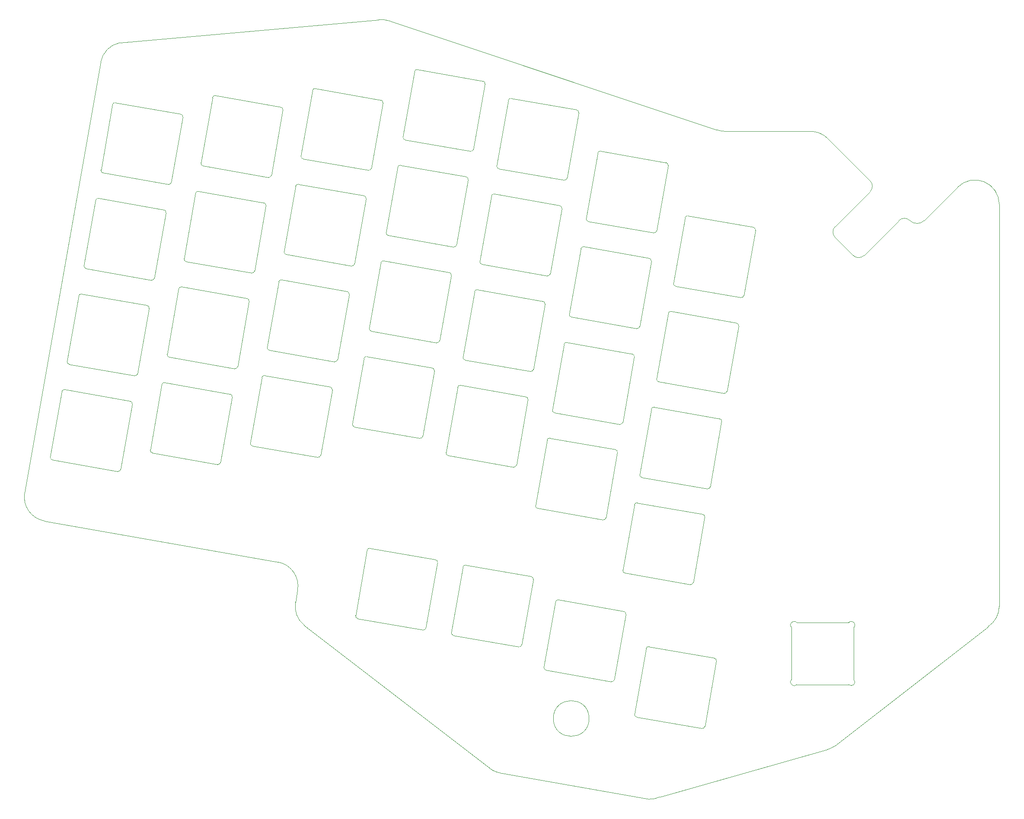
<source format=gbr>
%TF.GenerationSoftware,KiCad,Pcbnew,(5.1.7)-1*%
%TF.CreationDate,2020-10-07T08:38:14+11:00*%
%TF.ProjectId,Board-DjinnPlate,426f6172-642d-4446-9a69-6e6e506c6174,rev?*%
%TF.SameCoordinates,Original*%
%TF.FileFunction,Profile,NP*%
%FSLAX46Y46*%
G04 Gerber Fmt 4.6, Leading zero omitted, Abs format (unit mm)*
G04 Created by KiCad (PCBNEW (5.1.7)-1) date 2020-10-07 08:38:14*
%MOMM*%
%LPD*%
G01*
G04 APERTURE LIST*
%TA.AperFunction,Profile*%
%ADD10C,0.120000*%
%TD*%
%TA.AperFunction,Profile*%
%ADD11C,0.100000*%
%TD*%
G04 APERTURE END LIST*
D10*
%TO.C,PLATE1*%
X159799839Y-8538703D02*
X153245099Y-15093442D01*
X135786187Y-18410219D02*
X139321720Y-21945756D01*
X135659223Y-118173103D02*
X165712289Y-94762214D01*
X70120878Y-123423677D02*
X99392668Y-128585082D01*
X141443040Y-21945755D02*
X148295353Y-15093442D01*
X135786188Y-16288898D02*
X142638499Y-9436587D01*
X8022366Y5185713D02*
X5764940Y-7616787D01*
X-5185713Y8022366D02*
X7616788Y5764940D01*
X-5764942Y7616787D02*
X-8022366Y-5185713D01*
X-7616789Y-5764941D02*
X5185712Y-8022368D01*
X4714356Y-13574954D02*
X2456928Y-26377454D01*
X-8493726Y-10738299D02*
X4308776Y-12995726D01*
X-9072954Y-11143879D02*
X-11330378Y-23946380D01*
X-10924799Y-24525608D02*
X1877702Y-26783033D01*
X1406343Y-32335619D02*
X-851082Y-45138121D01*
X-11801737Y-29498968D02*
X1000763Y-31756391D01*
X-12380966Y-29904546D02*
X-14638392Y-42707046D01*
X-14232811Y-43286274D02*
X-1430310Y-45543701D01*
X-1901669Y-51096286D02*
X-4159096Y-63898788D01*
X-15109748Y-48259632D02*
X-2307248Y-50517059D01*
X-15688976Y-48665212D02*
X-17946400Y-61467713D01*
X-17540822Y-62046942D02*
X-4738323Y-64304367D01*
X17686002Y-49714132D02*
X15428575Y-62516631D01*
X4477920Y-46877476D02*
X17280422Y-49134905D01*
X3898692Y-47283057D02*
X1641266Y-60085557D01*
X2046846Y-60664785D02*
X14849348Y-62922212D01*
X20994013Y-30953465D02*
X18736586Y-43755967D01*
X7785933Y-28116811D02*
X20588434Y-30374237D01*
X7206705Y-28522391D02*
X4949279Y-41324891D01*
X5354857Y-41904119D02*
X18157357Y-44161547D01*
X24302024Y-12192799D02*
X22044599Y-24995299D01*
X11093944Y-9356144D02*
X23896444Y-11613571D01*
X10514717Y-9761724D02*
X8257290Y-22564225D01*
X8662871Y-23143453D02*
X21465371Y-25400879D01*
X27610036Y6567868D02*
X25352611Y-6234633D01*
X14401955Y9404523D02*
X27204457Y7147096D01*
X13822727Y8998942D02*
X11565302Y-3803558D01*
X11970882Y-4382784D02*
X24773383Y-6640211D01*
X47197705Y7950023D02*
X44940280Y-4852479D01*
X33989626Y10786676D02*
X46792125Y8529251D01*
X33410397Y10381099D02*
X31152970Y-2421403D01*
X31558550Y-3000631D02*
X44361052Y-5258059D01*
X43889695Y-10810642D02*
X41632267Y-23613144D01*
X30681614Y-7973989D02*
X43484116Y-10231415D01*
X30102386Y-8379569D02*
X27844961Y-21182071D01*
X28250539Y-21761298D02*
X41053039Y-24018724D01*
X40581683Y-29571310D02*
X38324257Y-42373811D01*
X27373601Y-26734655D02*
X40176102Y-28992082D01*
X26794373Y-27140236D02*
X24536947Y-39942736D01*
X24942528Y-40521964D02*
X37745029Y-42779390D01*
X37273670Y-48331979D02*
X35016245Y-61134477D01*
X24065591Y-45495322D02*
X36868089Y-47752749D01*
X23486363Y-45900904D02*
X21228935Y-58703404D01*
X21634514Y-59282630D02*
X34437017Y-61540057D01*
X57274841Y-44604738D02*
X55017416Y-57407239D01*
X44066762Y-41768083D02*
X56869261Y-44025510D01*
X43487534Y-42173664D02*
X41230106Y-54976166D01*
X41635686Y-55555394D02*
X54438188Y-57812818D01*
X60582854Y-25844071D02*
X58325425Y-38646573D01*
X47374772Y-23007415D02*
X60177274Y-25264844D01*
X46795544Y-23412996D02*
X44538119Y-36215498D01*
X44943699Y-36794726D02*
X57746198Y-39052152D01*
X63890864Y-7083405D02*
X61633438Y-19885906D01*
X50682785Y-4246750D02*
X63485286Y-6504177D01*
X50103557Y-4652331D02*
X47846131Y-17454831D01*
X48251710Y-18034060D02*
X61054210Y-20291487D01*
X67198877Y11677261D02*
X64941451Y-1125240D01*
X53990796Y14513915D02*
X66793296Y12256489D01*
X53411570Y14108336D02*
X51154141Y1305835D01*
X51559722Y726607D02*
X64362223Y-1530819D01*
X85546041Y6024166D02*
X83288616Y-6778333D01*
X72337963Y8860820D02*
X85140462Y6603394D01*
X71758734Y8455241D02*
X69501306Y-4347260D01*
X69906887Y-4926488D02*
X82709389Y-7183913D01*
X82238028Y-12736500D02*
X79980602Y-25539001D01*
X69029950Y-9899846D02*
X81832451Y-12157271D01*
X68450722Y-10305426D02*
X66193296Y-23107925D01*
X66598873Y-23687155D02*
X79401375Y-25944581D01*
X78930019Y-31497168D02*
X76672591Y-44299668D01*
X65721937Y-28660513D02*
X78524439Y-30917939D01*
X65142709Y-29066092D02*
X62885284Y-41868593D01*
X63290864Y-42447821D02*
X76093363Y-44705247D01*
X75622006Y-50257833D02*
X73364581Y-63060334D01*
X62413926Y-47421179D02*
X75216425Y-49678605D01*
X61834700Y-47826760D02*
X59577271Y-60629260D01*
X59982851Y-61208488D02*
X72785353Y-63465913D01*
X93142168Y-60601095D02*
X90884744Y-73403596D01*
X79934089Y-57764438D02*
X92736588Y-60021866D01*
X79354861Y-58170020D02*
X77097433Y-70972521D01*
X77503013Y-71551749D02*
X90305515Y-73809176D01*
X96450181Y-41840427D02*
X94192755Y-54642929D01*
X83242099Y-39003774D02*
X96044602Y-41261200D01*
X82662871Y-39409354D02*
X80405447Y-52211855D01*
X80811026Y-52791083D02*
X93613527Y-55048508D01*
X99758194Y-23079762D02*
X97500765Y-35882261D01*
X86550112Y-20243108D02*
X99352613Y-22500534D01*
X85970883Y-20648688D02*
X83713459Y-33451187D01*
X84119037Y-34030415D02*
X96921539Y-36287844D01*
X103066203Y-4319094D02*
X100808778Y-17121596D01*
X89858124Y-1482443D02*
X102660623Y-3739868D01*
X89278895Y-1888023D02*
X87021468Y-14690522D01*
X87427048Y-15269751D02*
X100229549Y-17527176D01*
X120172864Y-17007440D02*
X117915439Y-29809941D01*
X106964784Y-14170785D02*
X119767284Y-16428212D01*
X106385556Y-14576366D02*
X104128130Y-27378868D01*
X104533710Y-27958093D02*
X117336211Y-30215521D01*
X116864854Y-35768108D02*
X114607427Y-48570607D01*
X103656772Y-32931453D02*
X116459273Y-35188878D01*
X103077545Y-33337031D02*
X100820117Y-46139533D01*
X101225697Y-46718761D02*
X114028199Y-48976187D01*
X113556841Y-54528773D02*
X111299414Y-67331274D01*
X100348761Y-51692118D02*
X113151262Y-53949545D01*
X99769533Y-52097699D02*
X97512107Y-64900198D01*
X97917686Y-65479429D02*
X110720188Y-67736855D01*
X110248830Y-73289440D02*
X107991403Y-86091938D01*
X97040748Y-70452786D02*
X109843251Y-72710212D01*
X96461520Y-70858364D02*
X94204095Y-83660866D01*
X94609675Y-84240094D02*
X107412176Y-86497520D01*
X112528813Y-101498402D02*
X110271386Y-114300904D01*
X99320732Y-98661748D02*
X112123233Y-100919174D01*
X98741505Y-99067326D02*
X96484078Y-111869828D01*
X96889657Y-112449057D02*
X109692157Y-114706479D01*
X94801899Y-92327682D02*
X92544472Y-105130183D01*
X81593818Y-89491030D02*
X94396320Y-91748454D01*
X81014591Y-89896607D02*
X78757165Y-102699108D01*
X79162745Y-103278339D02*
X91965244Y-105535762D01*
X76661484Y-85502046D02*
X74404060Y-98304547D01*
X63453405Y-82665392D02*
X76255906Y-84922818D01*
X62874177Y-83070971D02*
X60616750Y-95873472D01*
X61022330Y-96452700D02*
X73824829Y-98710126D01*
X57900819Y-82194034D02*
X55643393Y-94996536D01*
X44692739Y-79357380D02*
X57495241Y-81614806D01*
X44113508Y-79762961D02*
X41856085Y-92565460D01*
X42261664Y-93144689D02*
X55064165Y-95402114D01*
X-8071867Y15931257D02*
X-22957897Y-68491746D01*
X167929935Y-90736655D02*
X167929935Y-11906299D01*
X-4249790Y19786990D02*
X46347002Y24257768D01*
X-19094752Y-74008892D02*
X26634370Y-82072191D01*
X30497519Y-87589337D02*
X30084048Y-89934467D01*
X31848558Y-94519398D02*
X68579175Y-122853389D01*
X48647644Y23992395D02*
X112602556Y2694213D01*
X134336896Y986336D02*
X142638500Y-7315268D01*
X114300481Y2381262D02*
X130969298Y2381240D01*
X101491514Y-128129564D02*
X134240182Y-118862489D01*
X150416674Y-15093441D02*
G75*
G03*
X148295353Y-15093442I-1060660J-1060661D01*
G01*
X142638499Y-7315267D02*
G75*
G02*
X142638499Y-9436587I-1060660J-1060660D01*
G01*
X139321719Y-21945756D02*
G75*
G03*
X141443040Y-21945755I1060660J1060661D01*
G01*
X135786187Y-18410219D02*
G75*
G02*
X135786188Y-16288898I1060661J1060660D01*
G01*
X159799839Y-8538703D02*
G75*
G02*
X167929935Y-11906299I3367596J-3367596D01*
G01*
X5764938Y-7616788D02*
G75*
G02*
X5185712Y-8022368I-492403J86823D01*
G01*
X7616788Y5764939D02*
G75*
G02*
X8022366Y5185713I-86824J-492402D01*
G01*
X-7616789Y-5764938D02*
G75*
G02*
X-8022366Y-5185713I86824J492401D01*
G01*
X-5764939Y7616788D02*
G75*
G02*
X-5185713Y8022366I492402J-86824D01*
G01*
X-9072954Y-11143879D02*
G75*
G02*
X-8493726Y-10738299I492404J-86824D01*
G01*
X-10924799Y-24525607D02*
G75*
G02*
X-11330378Y-23946380I86824J492403D01*
G01*
X4308776Y-12995724D02*
G75*
G02*
X4714356Y-13574954I-86825J-492405D01*
G01*
X2456929Y-26377454D02*
G75*
G02*
X1877702Y-26783033I-492403J86824D01*
G01*
X-12380964Y-29904545D02*
G75*
G02*
X-11801737Y-29498968I492402J-86825D01*
G01*
X-14232812Y-43286274D02*
G75*
G02*
X-14638392Y-42707046I86824J492404D01*
G01*
X1000763Y-31756393D02*
G75*
G02*
X1406343Y-32335619I-86823J-492403D01*
G01*
X-851083Y-45138122D02*
G75*
G02*
X-1430310Y-45543701I-492403J86824D01*
G01*
X-15688976Y-48665212D02*
G75*
G02*
X-15109748Y-48259632I492404J-86824D01*
G01*
X-17540824Y-62046937D02*
G75*
G02*
X-17946400Y-61467713I86824J492400D01*
G01*
X-2307247Y-50517060D02*
G75*
G02*
X-1901669Y-51096286I-86824J-492402D01*
G01*
X-4159095Y-63898787D02*
G75*
G02*
X-4738323Y-64304367I-492404J86824D01*
G01*
X3898691Y-47283057D02*
G75*
G02*
X4477920Y-46877476I492405J-86824D01*
G01*
X2046846Y-60664787D02*
G75*
G02*
X1641266Y-60085557I86825J492405D01*
G01*
X17280423Y-49134903D02*
G75*
G02*
X17686002Y-49714132I-86825J-492404D01*
G01*
X15428576Y-62516632D02*
G75*
G02*
X14849348Y-62922212I-492404J86824D01*
G01*
X7206704Y-28522394D02*
G75*
G02*
X7785933Y-28116811I492406J-86823D01*
G01*
X5354857Y-41904117D02*
G75*
G02*
X4949279Y-41324891I86824J492402D01*
G01*
X20588436Y-30374240D02*
G75*
G02*
X20994013Y-30953465I-86824J-492401D01*
G01*
X18736587Y-43755967D02*
G75*
G02*
X18157357Y-44161547I-492405J86825D01*
G01*
X10514716Y-9761726D02*
G75*
G02*
X11093944Y-9356144I492405J-86823D01*
G01*
X8662869Y-23143450D02*
G75*
G02*
X8257290Y-22564225I86823J492402D01*
G01*
X23896444Y-11613569D02*
G75*
G02*
X24302024Y-12192799I-86825J-492405D01*
G01*
X22044599Y-24995299D02*
G75*
G02*
X21465371Y-25400879I-492404J86824D01*
G01*
X13822726Y8998942D02*
G75*
G02*
X14401955Y9404523I492405J-86824D01*
G01*
X11970882Y-4382786D02*
G75*
G02*
X11565302Y-3803558I86824J492404D01*
G01*
X27204457Y7147095D02*
G75*
G02*
X27610036Y6567868I-86824J-492403D01*
G01*
X25352610Y-6234632D02*
G75*
G02*
X24773383Y-6640211I-492403J86824D01*
G01*
X33410400Y10381096D02*
G75*
G02*
X33989626Y10786676I492403J-86823D01*
G01*
X31558550Y-3000633D02*
G75*
G02*
X31152970Y-2421403I86825J492405D01*
G01*
X46792125Y8529251D02*
G75*
G02*
X47197705Y7950023I-86824J-492404D01*
G01*
X44940282Y-4852479D02*
G75*
G02*
X44361052Y-5258059I-492405J86825D01*
G01*
X30102387Y-8379568D02*
G75*
G02*
X30681614Y-7973989I492403J-86824D01*
G01*
X28250541Y-21761299D02*
G75*
G02*
X27844961Y-21182071I86824J492404D01*
G01*
X43484113Y-10231414D02*
G75*
G02*
X43889695Y-10810642I-86823J-492405D01*
G01*
X41632269Y-23613146D02*
G75*
G02*
X41053039Y-24018724I-492404J86826D01*
G01*
X26794372Y-27140236D02*
G75*
G02*
X27373601Y-26734655I492405J-86824D01*
G01*
X24942528Y-40521965D02*
G75*
G02*
X24536947Y-39942736I86824J492405D01*
G01*
X40176104Y-28992083D02*
G75*
G02*
X40581683Y-29571310I-86824J-492403D01*
G01*
X38324257Y-42373812D02*
G75*
G02*
X37745029Y-42779390I-492403J86825D01*
G01*
X23486364Y-45900901D02*
G75*
G02*
X24065591Y-45495322I492403J-86824D01*
G01*
X21634516Y-59282631D02*
G75*
G02*
X21228935Y-58703404I86823J492404D01*
G01*
X36868095Y-47752748D02*
G75*
G02*
X37273670Y-48331979I-86828J-492403D01*
G01*
X35016246Y-61134476D02*
G75*
G02*
X34437017Y-61540057I-492405J86824D01*
G01*
X43487530Y-42173663D02*
G75*
G02*
X44066762Y-41768083I492406J-86826D01*
G01*
X41635686Y-55555394D02*
G75*
G02*
X41230106Y-54976166I86824J492404D01*
G01*
X56869262Y-44025511D02*
G75*
G02*
X57274841Y-44604738I-86824J-492403D01*
G01*
X55017415Y-57407239D02*
G75*
G02*
X54438188Y-57812818I-492403J86824D01*
G01*
X46795542Y-23412997D02*
G75*
G02*
X47374772Y-23007415I492406J-86824D01*
G01*
X44943699Y-36794726D02*
G75*
G02*
X44538119Y-36215498I86824J492404D01*
G01*
X60177273Y-25264844D02*
G75*
G02*
X60582854Y-25844071I-86823J-492404D01*
G01*
X58325426Y-38646574D02*
G75*
G02*
X57746198Y-39052152I-492403J86825D01*
G01*
X50103555Y-4652332D02*
G75*
G02*
X50682785Y-4246750I492406J-86824D01*
G01*
X48251708Y-18034056D02*
G75*
G02*
X47846131Y-17454831I86824J492401D01*
G01*
X63485290Y-6504179D02*
G75*
G02*
X63890864Y-7083405I-86826J-492400D01*
G01*
X61633438Y-19885905D02*
G75*
G02*
X61054210Y-20291487I-492405J86823D01*
G01*
X53411568Y14108337D02*
G75*
G02*
X53990796Y14513915I492403J-86825D01*
G01*
X51559721Y726607D02*
G75*
G02*
X51154141Y1305835I86824J492404D01*
G01*
X66793298Y12256492D02*
G75*
G02*
X67198877Y11677261I-86826J-492405D01*
G01*
X64941450Y-1125240D02*
G75*
G02*
X64362223Y-1530819I-492403J86824D01*
G01*
X71758733Y8455244D02*
G75*
G02*
X72337963Y8860820I492403J-86827D01*
G01*
X69906887Y-4926487D02*
G75*
G02*
X69501306Y-4347260I86823J492404D01*
G01*
X85140462Y6603395D02*
G75*
G02*
X85546041Y6024166I-86825J-492404D01*
G01*
X83288614Y-6778334D02*
G75*
G02*
X82709389Y-7183913I-492402J86823D01*
G01*
X68450721Y-10305425D02*
G75*
G02*
X69029950Y-9899846I492404J-86825D01*
G01*
X66598871Y-23687152D02*
G75*
G02*
X66193296Y-23107925I86826J492401D01*
G01*
X81832451Y-12157275D02*
G75*
G02*
X82238028Y-12736500I-86824J-492401D01*
G01*
X79980604Y-25539000D02*
G75*
G02*
X79401375Y-25944581I-492405J86824D01*
G01*
X65142710Y-29066092D02*
G75*
G02*
X65721937Y-28660513I492403J-86824D01*
G01*
X63290864Y-42447821D02*
G75*
G02*
X62885284Y-41868593I86824J492404D01*
G01*
X78524440Y-30917939D02*
G75*
G02*
X78930019Y-31497168I-86825J-492404D01*
G01*
X76672591Y-44299669D02*
G75*
G02*
X76093363Y-44705247I-492403J86825D01*
G01*
X61834696Y-47826759D02*
G75*
G02*
X62413926Y-47421179I492405J-86825D01*
G01*
X59982851Y-61208490D02*
G75*
G02*
X59577271Y-60629260I86825J492405D01*
G01*
X75216427Y-49678604D02*
G75*
G02*
X75622006Y-50257833I-86825J-492404D01*
G01*
X73364581Y-63060333D02*
G75*
G02*
X72785353Y-63465913I-492404J86824D01*
G01*
X79354858Y-58170019D02*
G75*
G02*
X79934089Y-57764438I492406J-86825D01*
G01*
X77503013Y-71551749D02*
G75*
G02*
X77097433Y-70972521I86824J492404D01*
G01*
X92736590Y-60021867D02*
G75*
G02*
X93142168Y-60601095I-86825J-492403D01*
G01*
X90884743Y-73403596D02*
G75*
G02*
X90305515Y-73809176I-492404J86824D01*
G01*
X82662871Y-39409354D02*
G75*
G02*
X83242099Y-39003774I492404J-86824D01*
G01*
X80811026Y-52791082D02*
G75*
G02*
X80405447Y-52211855I86824J492403D01*
G01*
X96044600Y-41261200D02*
G75*
G02*
X96450181Y-41840427I-86823J-492404D01*
G01*
X94192754Y-54642929D02*
G75*
G02*
X93613527Y-55048508I-492403J86824D01*
G01*
X85970885Y-20648687D02*
G75*
G02*
X86550112Y-20243108I492403J-86824D01*
G01*
X84119037Y-34030415D02*
G75*
G02*
X83713459Y-33451187I86825J492403D01*
G01*
X99352613Y-22500533D02*
G75*
G02*
X99758194Y-23079762I-86824J-492405D01*
G01*
X97500765Y-35882260D02*
G75*
G02*
X96921539Y-36287844I-492405J86821D01*
G01*
X89278898Y-1888021D02*
G75*
G02*
X89858124Y-1482443I492402J-86824D01*
G01*
X87427047Y-15269751D02*
G75*
G02*
X87021468Y-14690522I86825J492404D01*
G01*
X102660623Y-3739868D02*
G75*
G02*
X103066203Y-4319094I-86823J-492403D01*
G01*
X100808778Y-17121597D02*
G75*
G02*
X100229549Y-17527176I-492404J86825D01*
G01*
X106385553Y-14576366D02*
G75*
G02*
X106964784Y-14170785I492406J-86825D01*
G01*
X104533713Y-27958093D02*
G75*
G02*
X104128130Y-27378868I86821J492404D01*
G01*
X119767285Y-16428213D02*
G75*
G02*
X120172864Y-17007440I-86824J-492403D01*
G01*
X117915439Y-29809943D02*
G75*
G02*
X117336211Y-30215521I-492403J86825D01*
G01*
X103077547Y-33337032D02*
G75*
G02*
X103656772Y-32931453I492402J-86823D01*
G01*
X101225697Y-46718761D02*
G75*
G02*
X100820117Y-46139533I86824J492404D01*
G01*
X116459275Y-35188877D02*
G75*
G02*
X116864854Y-35768108I-86826J-492405D01*
G01*
X114607426Y-48570608D02*
G75*
G02*
X114028199Y-48976187I-492403J86824D01*
G01*
X99769531Y-52097700D02*
G75*
G02*
X100348761Y-51692118I492406J-86824D01*
G01*
X97917687Y-65479428D02*
G75*
G02*
X97512107Y-64900198I86825J492405D01*
G01*
X113151262Y-53949546D02*
G75*
G02*
X113556841Y-54528773I-86824J-492403D01*
G01*
X111299415Y-67331272D02*
G75*
G02*
X110720188Y-67736855I-492405J86822D01*
G01*
X96461521Y-70858365D02*
G75*
G02*
X97040748Y-70452786I492403J-86824D01*
G01*
X94609675Y-84240094D02*
G75*
G02*
X94204095Y-83660866I86824J492404D01*
G01*
X109843250Y-72710212D02*
G75*
G02*
X110248830Y-73289440I-86824J-492404D01*
G01*
X107991401Y-86091939D02*
G75*
G02*
X107412176Y-86497520I-492403J86822D01*
G01*
X98741504Y-99067328D02*
G75*
G02*
X99320732Y-98661748I492404J-86824D01*
G01*
X96889659Y-112449059D02*
G75*
G02*
X96484078Y-111869828I86825J492406D01*
G01*
X112123233Y-100919174D02*
G75*
G02*
X112528813Y-101498402I-86824J-492404D01*
G01*
X110271383Y-114300905D02*
G75*
G02*
X109692157Y-114706479I-492400J86826D01*
G01*
X81014596Y-89896610D02*
G75*
G02*
X81593818Y-89491030I492401J-86821D01*
G01*
X79162743Y-103278334D02*
G75*
G02*
X78757165Y-102699108I86824J492402D01*
G01*
X94396320Y-91748455D02*
G75*
G02*
X94801899Y-92327682I-86824J-492403D01*
G01*
X92544472Y-105130184D02*
G75*
G02*
X91965244Y-105535762I-492403J86825D01*
G01*
X62874178Y-83070971D02*
G75*
G02*
X63453405Y-82665392I492403J-86824D01*
G01*
X61022328Y-96452700D02*
G75*
G02*
X60616750Y-95873472I86825J492403D01*
G01*
X76255903Y-84922821D02*
G75*
G02*
X76661484Y-85502046I-86822J-492403D01*
G01*
X74404057Y-98304548D02*
G75*
G02*
X73824829Y-98710126I-492403J86825D01*
G01*
X44113512Y-79762961D02*
G75*
G02*
X44692739Y-79357380I492404J-86823D01*
G01*
X42261663Y-93144688D02*
G75*
G02*
X41856085Y-92565460I86825J492403D01*
G01*
X57495241Y-81614806D02*
G75*
G02*
X57900819Y-82194034I-86825J-492403D01*
G01*
X55643392Y-94996535D02*
G75*
G02*
X55064165Y-95402114I-492403J86824D01*
G01*
X165712289Y-94762214D02*
G75*
G03*
X167929935Y-90736655I-2544853J4025558D01*
G01*
X-19094752Y-74008891D02*
G75*
G02*
X-22957897Y-68491746I827000J4690145D01*
G01*
X-4249790Y19786990D02*
G75*
G03*
X-8071867Y15931257I868090J-4682737D01*
G01*
X48647644Y23992396D02*
G75*
G03*
X46347002Y24257768I-1680878J-4466964D01*
G01*
X31848558Y-94519399D02*
G75*
G02*
X30084048Y-89934467I2925636J3757932D01*
G01*
X26634369Y-82072191D02*
G75*
G02*
X30497519Y-87589337I-826998J-4690148D01*
G01*
X134336895Y986337D02*
G75*
G03*
X130969298Y2381240I-3367595J-3367598D01*
G01*
X101491514Y-128129564D02*
G75*
G02*
X99392668Y-128585082I-2017911J4234649D01*
G01*
X68579175Y-122853390D02*
G75*
G03*
X70120878Y-123423677I2339927J3956670D01*
G01*
X112602558Y2694214D02*
G75*
G03*
X114300481Y2381262I1697922J4449566D01*
G01*
X153245099Y-15093438D02*
G75*
G02*
X150416673Y-15093442I-1414215J1414211D01*
G01*
X135659223Y-118173102D02*
G75*
G02*
X134240182Y-118862489I-2758342J3872622D01*
G01*
D11*
%TO.C,ENC1*%
X139450560Y-94912920D02*
X139450560Y-105112920D01*
X138450560Y-106112920D02*
X128250560Y-106112920D01*
X127250560Y-105112920D02*
X127250560Y-94912920D01*
X128250560Y-93912920D02*
X138450560Y-93912920D01*
X139450560Y-94912920D02*
G75*
G03*
X138450560Y-93912920I-500000J500000D01*
G01*
X138450560Y-106112920D02*
G75*
G03*
X139450560Y-105112920I500000J500000D01*
G01*
X127250560Y-105112920D02*
G75*
G03*
X128250560Y-106112920I500000J-500000D01*
G01*
X128250560Y-93912920D02*
G75*
G03*
X127250560Y-94912920I-500000J-500000D01*
G01*
%TO.C,DPAD1*%
X87591773Y-112756439D02*
G75*
G03*
X87591773Y-112756439I-3500000J0D01*
G01*
%TD*%
M02*

</source>
